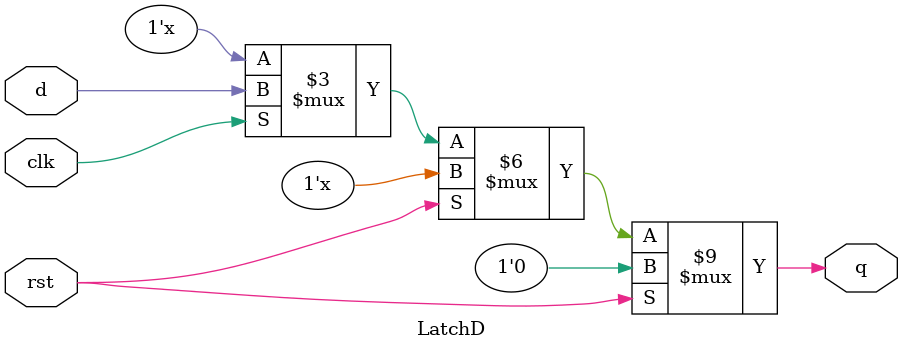
<source format=v>
module LatchD (input d,clk,rst,output reg q);

always @(clk,d)
	if(rst) 
		q=1'b0;
	else	
		if(clk) q = d;
endmodule

</source>
